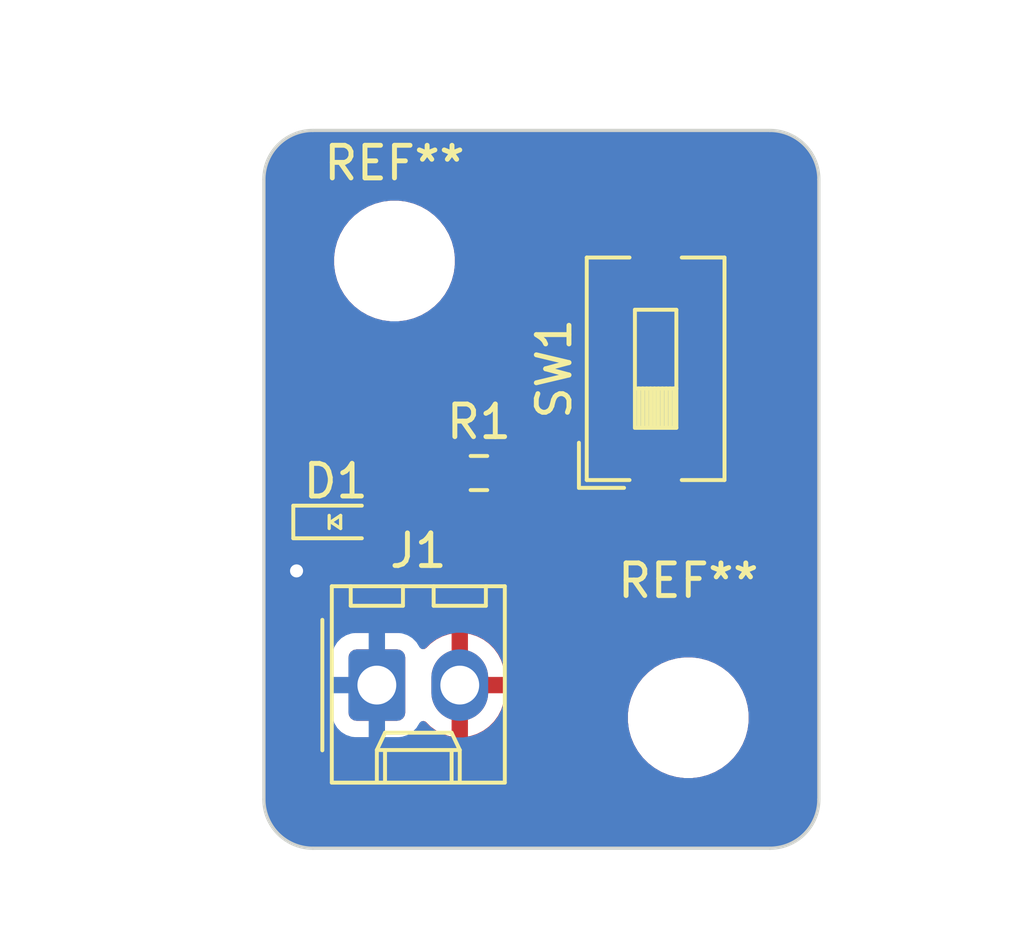
<source format=kicad_pcb>
(kicad_pcb (version 20240108) (generator "pcbnew") (generator_version "8.0")
  (title_block (title "LED Circuit (proj1)") (date "2025-09-14") (rev "0.0") (company "Illini Solar Car") (comment 1 "Designed By: Annabel Li"))
  (layers (0 "F.Cu" signal) (31 "B.Cu" signal) (34 "B.Paste" user) (35 "F.Paste" user) (36 "B.SilkS" user "B.Silkscreen") (37 "F.SilkS" user "F.Silkscreen") (38 "B.Mask" user) (39 "F.Mask" user) (44 "Edge.Cuts" user))
  (net 0 "")
  (net 1 "GND")
  (net 2 "Net-(D1-A)")
  (net 3 "Net-(R1-Pad1)")
  (net 4 "+3V3")
  (footprint "Connector_Molex:Molex_KK-254_AE-6410-02A_1x02_P2.54mm_Vertical" (layer "F.Cu") (at 110.46 130)
    (property "Reference" "J1" (at 1.27 -4.12 0) (layer "F.SilkS"))
    (property "Value" "Conn_01x02")
    (fp_line (start -1.67 -2) (end -1.67 2) (stroke (width 0.12)) (layer "F.SilkS"))
    (fp_line (start -1.38 -3.03) (end -1.38 2.99) (stroke (width 0.12)) (layer "F.SilkS"))
    (fp_line (start -1.38 2.99) (end 3.92 2.99) (stroke (width 0.12)) (layer "F.SilkS"))
    (fp_line (start -0.8 -3.03) (end -0.8 -2.43) (stroke (width 0.12)) (layer "F.SilkS"))
    (fp_line (start -0.8 -2.43) (end 0.8 -2.43) (stroke (width 0.12)) (layer "F.SilkS"))
    (fp_line (start 0 1.99) (end 0.25 1.46) (stroke (width 0.12)) (layer "F.SilkS"))
    (fp_line (start 0 1.99) (end 2.54 1.99) (stroke (width 0.12)) (layer "F.SilkS"))
    (fp_line (start 0 2.99) (end 0 1.99) (stroke (width 0.12)) (layer "F.SilkS"))
    (fp_line (start 0.25 1.46) (end 2.29 1.46) (stroke (width 0.12)) (layer "F.SilkS"))
    (fp_line (start 0.25 2.99) (end 0.25 1.99) (stroke (width 0.12)) (layer "F.SilkS"))
    (fp_line (start 0.8 -2.43) (end 0.8 -3.03) (stroke (width 0.12)) (layer "F.SilkS"))
    (fp_line (start 1.74 -3.03) (end 1.74 -2.43) (stroke (width 0.12)) (layer "F.SilkS"))
    (fp_line (start 1.74 -2.43) (end 3.34 -2.43) (stroke (width 0.12)) (layer "F.SilkS"))
    (fp_line (start 2.29 1.46) (end 2.54 1.99) (stroke (width 0.12)) (layer "F.SilkS"))
    (fp_line (start 2.29 2.99) (end 2.29 1.99) (stroke (width 0.12)) (layer "F.SilkS"))
    (fp_line (start 2.54 1.99) (end 2.54 2.99) (stroke (width 0.12)) (layer "F.SilkS"))
    (fp_line (start 3.34 -2.43) (end 3.34 -3.03) (stroke (width 0.12)) (layer "F.SilkS"))
    (fp_line (start 3.92 -3.03) (end -1.38 -3.03) (stroke (width 0.12)) (layer "F.SilkS"))
    (fp_line (start 3.92 2.99) (end 3.92 -3.03) (stroke (width 0.12)) (layer "F.SilkS"))
    (pad "1" thru_hole roundrect (at 0 0) (size 1.74 2.19) (drill 1.19) (layers "*.Cu" "*.Mask") (roundrect_rratio 0.143678) (net 1 "GND"))
    (pad "2" thru_hole oval (at 2.54 0) (size 1.74 2.19) (drill 1.19) (layers "*.Cu" "*.Mask") (net 4 "+3V3"))
  )
  (footprint "layout:LED_0603_Symbol_on_F.SilkS" (layer "F.Cu") (at 109.2 125)
    (property "Reference" "D1" (at 0 -1.25 0) (layer "F.SilkS"))
    (property "Value" "LED_PURPLE")
    (fp_line (start -1.3 -0.5) (end -1.3 0.5) (stroke (width 0.12)) (layer "F.SilkS"))
    (fp_line (start -1.3 -0.5) (end 0.8 -0.5) (stroke (width 0.12)) (layer "F.SilkS"))
    (fp_line (start -1.3 0.5) (end 0.8 0.5) (stroke (width 0.12)) (layer "F.SilkS"))
    (fp_line (start -0.2 -0.2) (end -0.2 0.2) (stroke (width 0.1)) (layer "F.SilkS"))
    (fp_line (start -0.15 0) (end 0.15 -0.2) (stroke (width 0.1)) (layer "F.SilkS"))
    (fp_line (start 0.15 -0.2) (end 0.15 0.2) (stroke (width 0.1)) (layer "F.SilkS"))
    (fp_line (start 0.15 0.2) (end -0.15 0) (stroke (width 0.1)) (layer "F.SilkS"))
    (pad "1" smd rect (at -0.8 0 180) (size 0.8 0.8) (layers "F.Cu" "F.Paste" "F.Mask") (net 1 "GND"))
    (pad "2" smd rect (at 0.8 0 180) (size 0.8 0.8) (layers "F.Cu" "F.Paste" "F.Mask") (net 2 "Net-(D1-A)"))
  )
  (footprint "MountingHole:MountingHole_3.2mm_M3" (layer "F.Cu") (at 120 131)
    (property "Reference" "REF**" (at 0 -4.2 0) (layer "F.SilkS"))
    (property "Value" "MountingHole_3.2mm_M3")
    (pad "" np_thru_hole circle (at 0 0) (size 3.2 3.2) (drill 3.2) (layers "*.Cu" "*.Mask"))
  )
  (footprint "Resistor_SMD:R_0603_1608Metric_Pad0.98x0.95mm_HandSolder" (layer "F.Cu") (at 113.5875 123.5)
    (property "Reference" "R1" (at 0 -1.57 0) (layer "F.SilkS"))
    (property "Value" "105Ω")
    (fp_line (start -0.254724 -0.5225) (end 0.254724 -0.5225) (stroke (width 0.12)) (layer "F.SilkS"))
    (fp_line (start -0.254724 0.5225) (end 0.254724 0.5225) (stroke (width 0.12)) (layer "F.SilkS"))
    (pad "1" smd roundrect (at -0.9125 0) (size 0.975 0.95) (layers "F.Cu" "F.Paste" "F.Mask") (net 3 "Net-(R1-Pad1)"))
    (pad "2" smd roundrect (at 0.9125 0) (size 0.975 0.95) (layers "F.Cu" "F.Paste" "F.Mask") (net 2 "Net-(D1-A)"))
  )
  (footprint "Button_Switch_SMD:SW_DIP_SPSTx01_Slide_6.7x4.1mm_W8.61mm_P2.54mm_LowProfile" (layer "F.Cu") (at 119 120.305 90)
    (property "Reference" "SW1" (at 0 -3.11 90) (layer "F.SilkS"))
    (property "Value" "SW_Push")
    (fp_line (start -3.65 -2.35) (end -2.267 -2.35) (stroke (width 0.12)) (layer "F.SilkS"))
    (fp_line (start -3.65 -2.35) (end -3.65 -0.967) (stroke (width 0.12)) (layer "F.SilkS"))
    (fp_line (start 3.41 -2.11) (end 3.41 -0.8) (stroke (width 0.12)) (layer "F.SilkS"))
    (fp_line (start -3.41 -2.11) (end 3.41 -2.11) (stroke (width 0.12)) (layer "F.SilkS"))
    (fp_line (start -3.41 -2.11) (end -3.41 -0.8) (stroke (width 0.12)) (layer "F.SilkS"))
    (fp_line (start 1.81 -0.635) (end -1.81 -0.635) (stroke (width 0.12)) (layer "F.SilkS"))
    (fp_line (start -0.603333 -0.635) (end -0.603333 0.635) (stroke (width 0.12)) (layer "F.SilkS"))
    (fp_line (start -1.81 -0.635) (end -1.81 0.635) (stroke (width 0.12)) (layer "F.SilkS"))
    (fp_line (start -1.81 -0.515) (end -0.603333 -0.515) (stroke (width 0.12)) (layer "F.SilkS"))
    (fp_line (start -1.81 -0.395) (end -0.603333 -0.395) (stroke (width 0.12)) (layer "F.SilkS"))
    (fp_line (start -1.81 -0.275) (end -0.603333 -0.275) (stroke (width 0.12)) (layer "F.SilkS"))
    (fp_line (start -1.81 -0.155) (end -0.603333 -0.155) (stroke (width 0.12)) (layer "F.SilkS"))
    (fp_line (start -1.81 -0.035) (end -0.603333 -0.035) (stroke (width 0.12)) (layer "F.SilkS"))
    (fp_line (start -1.81 0.085) (end -0.603333 0.085) (stroke (width 0.12)) (layer "F.SilkS"))
    (fp_line (start -1.81 0.205) (end -0.603333 0.205) (stroke (width 0.12)) (layer "F.SilkS"))
    (fp_line (start -1.81 0.325) (end -0.603333 0.325) (stroke (width 0.12)) (layer "F.SilkS"))
    (fp_line (start -1.81 0.445) (end -0.603333 0.445) (stroke (width 0.12)) (layer "F.SilkS"))
    (fp_line (start -1.81 0.565) (end -0.603333 0.565) (stroke (width 0.12)) (layer "F.SilkS"))
    (fp_line (start 1.81 0.635) (end 1.81 -0.635) (stroke (width 0.12)) (layer "F.SilkS"))
    (fp_line (start -1.81 0.635) (end 1.81 0.635) (stroke (width 0.12)) (layer "F.SilkS"))
    (fp_line (start 3.41 0.8) (end 3.41 2.11) (stroke (width 0.12)) (layer "F.SilkS"))
    (fp_line (start -3.41 0.8) (end -3.41 2.11) (stroke (width 0.12)) (layer "F.SilkS"))
    (fp_line (start -3.41 2.11) (end 3.41 2.11) (stroke (width 0.12)) (layer "F.SilkS"))
    (pad "1" smd rect (at -4.305 0 90) (size 2.44 1.12) (layers "F.Cu" "F.Paste" "F.Mask") (net 4 "+3V3"))
    (pad "2" smd rect (at 4.305 0 90) (size 2.44 1.12) (layers "F.Cu" "F.Paste" "F.Mask") (net 3 "Net-(R1-Pad1)"))
  )
  (footprint "MountingHole:MountingHole_3.2mm_M3" (layer "F.Cu") (at 111 117)
    (property "Reference" "REF**" (at 0 -3 0) (layer "F.SilkS"))
    (property "Value" "MountingHole_3.2mm_M3")
    (pad "" np_thru_hole circle (at 0 0) (size 3.2 3.2) (drill 3.2) (layers "*.Cu" "*.Mask"))
  )
  (gr_arc (start 124 133.5) (mid 123.56066 134.56066) (end 122.5 135) (stroke (width 0.1)) (layer "Edge.Cuts"))
  (gr_line (start 108.5 113) (end 122.5 113) (stroke (width 0.1)) (layer "Edge.Cuts"))
  (gr_line (start 124 114.5) (end 124 133.5) (stroke (width 0.1)) (layer "Edge.Cuts"))
  (gr_line (start 122.5 135) (end 108.5 135) (stroke (width 0.1)) (layer "Edge.Cuts"))
  (gr_arc (start 108.5 135) (mid 107.43934 134.56066) (end 107 133.5) (stroke (width 0.1)) (layer "Edge.Cuts"))
  (gr_arc (start 122.5 113) (mid 123.56066 113.43934) (end 124 114.5) (stroke (width 0.1)) (layer "Edge.Cuts"))
  (gr_line (start 107 133.5) (end 107 114.5) (stroke (width 0.1)) (layer "Edge.Cuts"))
  (gr_arc (start 107 114.5) (mid 107.43934 113.43934) (end 108.5 113) (stroke (width 0.1)) (layer "Edge.Cuts"))
  (segment (start 108.4 126.1) (end 108 126.5) (width 0.25) (layer "F.Cu") (net 1))
  (segment (start 108.4 125) (end 108.4 126.1) (width 0.25) (layer "F.Cu") (net 1))
  (via (at 108 126.5) (size 0.8) (drill 0.4) (layers "F.Cu" "B.Cu") (net 1))
  (segment (start 114 125) (end 114.5 124.5) (width 0.25) (layer "F.Cu") (net 2))
  (segment (start 114.5 124.5) (end 114.5 123.5) (width 0.25) (layer "F.Cu") (net 2))
  (segment (start 110 125) (end 114 125) (width 0.25) (layer "F.Cu") (net 2))
  (segment (start 119 116) (end 118 116) (width 0.25) (layer "F.Cu") (net 3))
  (segment (start 112.675 121.325) (end 112.675 123.5) (width 0.25) (layer "F.Cu") (net 3))
  (segment (start 118 116) (end 112.675 121.325) (width 0.25) (layer "F.Cu") (net 3))
  (zone (net 4) (net_name "+3V3") (layer "F.Cu") (connect_pads (clearance 0.508)) (min_thickness 0.25) (fill yes (thermal_gap 0.5) (thermal_bridge_width 0.5) (island_removal_mode 1) (island_area_min 10))
    (polygon (pts (xy 107 113) (xy 124 113) (xy 124 135) (xy 107 135)))
  )
  (zone (net 1) (net_name "GND") (layer "B.Cu") (priority 1) (connect_pads (clearance 0.508)) (min_thickness 0.25) (fill yes (thermal_gap 0.5) (thermal_bridge_width 0.5))
    (polygon (pts (xy 107 113) (xy 124 113) (xy 124 135) (xy 107 135)))
  )
)
</source>
